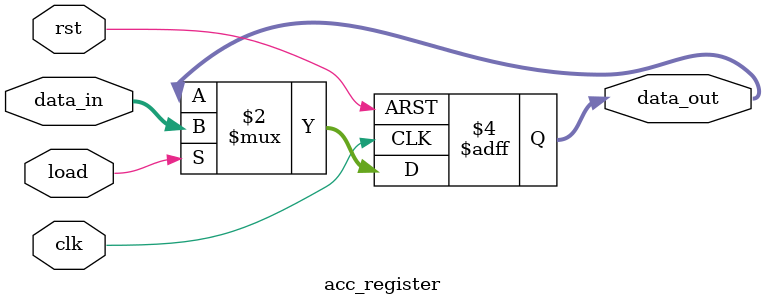
<source format=v>
`timescale 1ns / 1ps


// =============================================================
// Module: Accumulator Register
// Function: Stores intermediate math and ALU results.
// Characteristics: Register synchronizes with clk and reset signals.
// Data: 8-bit
// =============================================================
module acc_register(
    input wire clk, // input clock signal
    input wire rst, // input reset signal
    input wire load, // input load condition
    input wire [7:0] data_in, // data input
    output reg [7:0] data_out // data output
);
    // When clock and reset signal is positive, program start
    always @(posedge clk or posedge rst) begin
        // If reset signal == 1, data output = 0
        if (rst)
            data_out <= 8'b0;
        // If not reset and has load, data output = data input
        else if (load)
            data_out <= data_in;
    end
endmodule

</source>
